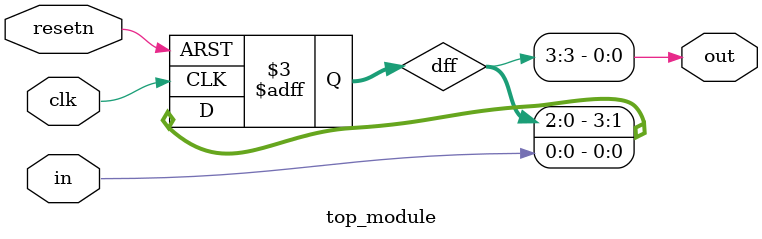
<source format=sv>
module top_module (
	input clk,
	input resetn,
	input in,
	output out
);

reg [3:0] dff;

always @(posedge clk or negedge resetn)
begin
	if (!resetn)
		dff <= 0;
	else
		dff <= {dff[2:0], in};
end

assign out = dff[3];

endmodule

</source>
